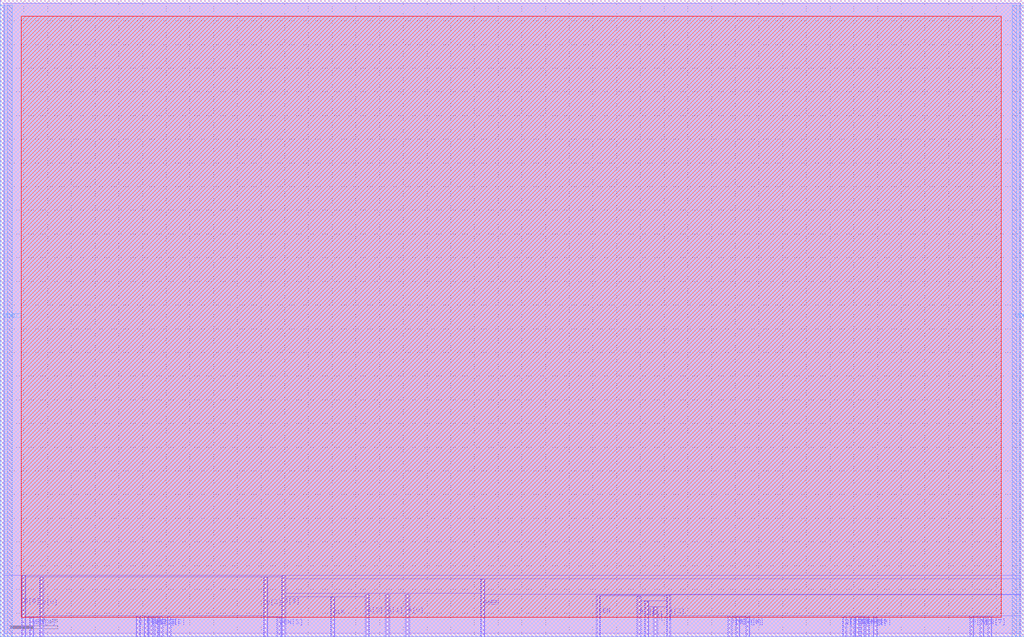
<source format=lef>
VERSION 5.7 ;
  NOWIREEXTENSIONATPIN ON ;
  DIVIDERCHAR "/" ;
  BUSBITCHARS "[]" ;
MACRO gf180_ram_128x8_wrapper
  CLASS BLOCK ;
  FOREIGN gf180_ram_128x8_wrapper ;
  ORIGIN 0.000 0.000 ;
  SIZE 431.860 BY 268.880 ;
  PIN A[0]
    DIRECTION INPUT ;
    USE SIGNAL ;
    ANTENNADIFFAREA 1.997600 ;
    PORT
      LAYER Metal2 ;
        RECT 171.215 0.000 172.335 18.025 ;
    END
  END A[0]
  PIN A[1]
    DIRECTION INPUT ;
    USE SIGNAL ;
    ANTENNADIFFAREA 1.997600 ;
    PORT
      LAYER Metal2 ;
        RECT 162.760 0.000 163.880 18.025 ;
    END
  END A[1]
  PIN A[2]
    DIRECTION INPUT ;
    USE SIGNAL ;
    ANTENNADIFFAREA 1.997600 ;
    PORT
      LAYER Metal2 ;
        RECT 154.295 0.000 155.415 18.025 ;
    END
  END A[2]
  PIN A[3]
    DIRECTION INPUT ;
    USE SIGNAL ;
    ANTENNADIFFAREA 1.997600 ;
    PORT
      LAYER Metal2 ;
        RECT 281.325 0.000 282.445 17.405 ;
    END
  END A[3]
  PIN A[4]
    DIRECTION INPUT ;
    USE SIGNAL ;
    ANTENNADIFFAREA 1.997600 ;
    PORT
      LAYER Metal2 ;
        RECT 275.820 0.000 276.940 12.400 ;
    END
  END A[4]
  PIN A[5]
    DIRECTION INPUT ;
    USE SIGNAL ;
    ANTENNADIFFAREA 1.997600 ;
    PORT
      LAYER Metal2 ;
        RECT 272.085 0.000 273.205 14.870 ;
    END
  END A[5]
  PIN A[6]
    DIRECTION INPUT ;
    USE SIGNAL ;
    ANTENNADIFFAREA 1.997600 ;
    PORT
      LAYER Metal2 ;
        RECT 268.860 0.000 269.980 17.090 ;
    END
  END A[6]
  PIN CEN
    DIRECTION INPUT ;
    USE SIGNAL ;
    ANTENNADIFFAREA 1.997600 ;
    PORT
      LAYER Metal2 ;
        RECT 251.710 0.000 252.830 17.585 ;
    END
  END CEN
  PIN CLK
    DIRECTION INPUT ;
    USE SIGNAL ;
    ANTENNAGATEAREA 44.706600 ;
    PORT
      LAYER Metal2 ;
        RECT 139.680 0.000 140.800 16.615 ;
    END
  END CLK
  PIN D[0]
    DIRECTION INPUT ;
    USE SIGNAL ;
    ANTENNAGATEAREA 1.152000 ;
    PORT
      LAYER Metal2 ;
        RECT 9.320 0.000 10.440 25.675 ;
    END
  END D[0]
  PIN D[1]
    DIRECTION INPUT ;
    USE SIGNAL ;
    ANTENNAGATEAREA 1.152000 ;
    PORT
      LAYER Metal2 ;
        RECT 61.030 0.000 62.150 8.505 ;
    END
  END D[1]
  PIN D[2]
    DIRECTION INPUT ;
    USE SIGNAL ;
    ANTENNAGATEAREA 1.152000 ;
    PORT
      LAYER Metal2 ;
        RECT 67.270 0.000 68.390 8.505 ;
    END
  END D[2]
  PIN D[3]
    DIRECTION INPUT ;
    USE SIGNAL ;
    ANTENNAGATEAREA 1.152000 ;
    PORT
      LAYER Metal2 ;
        RECT 118.975 0.000 120.095 25.675 ;
    END
  END D[3]
  PIN D[4]
    DIRECTION INPUT ;
    USE SIGNAL ;
    ANTENNAGATEAREA 1.152000 ;
    PORT
      LAYER Metal2 ;
        RECT 307.235 0.000 308.355 8.505 ;
    END
  END D[4]
  PIN D[5]
    DIRECTION INPUT ;
    USE SIGNAL ;
    ANTENNAGATEAREA 1.152000 ;
    PORT
      LAYER Metal2 ;
        RECT 358.910 0.000 360.030 8.505 ;
    END
  END D[5]
  PIN D[6]
    DIRECTION INPUT ;
    USE SIGNAL ;
    ANTENNAGATEAREA 1.152000 ;
    PORT
      LAYER Metal2 ;
        RECT 365.150 0.000 366.270 8.505 ;
    END
  END D[6]
  PIN D[7]
    DIRECTION INPUT ;
    USE SIGNAL ;
    ANTENNAGATEAREA 1.152000 ;
    PORT
      LAYER Metal2 ;
        RECT 416.860 0.000 417.980 8.505 ;
    END
  END D[7]
  PIN GWEN
    DIRECTION INPUT ;
    USE SIGNAL ;
    ANTENNAGATEAREA 14.466000 ;
    PORT
      LAYER Metal2 ;
        RECT 202.940 0.000 204.060 24.260 ;
    END
  END GWEN
  PIN Q[0]
    DIRECTION OUTPUT ;
    USE SIGNAL ;
    ANTENNADIFFAREA 11.328000 ;
    PORT
      LAYER Metal2 ;
        RECT 16.900 0.000 18.020 25.005 ;
    END
  END Q[0]
  PIN Q[1]
    DIRECTION OUTPUT ;
    USE SIGNAL ;
    ANTENNADIFFAREA 11.328000 ;
    PORT
      LAYER Metal2 ;
        RECT 57.665 0.000 58.785 8.505 ;
    END
  END Q[1]
  PIN Q[2]
    DIRECTION OUTPUT ;
    USE SIGNAL ;
    ANTENNADIFFAREA 11.328000 ;
    PORT
      LAYER Metal2 ;
        RECT 70.635 0.000 71.755 8.505 ;
    END
  END Q[2]
  PIN Q[3]
    DIRECTION OUTPUT ;
    USE SIGNAL ;
    ANTENNADIFFAREA 11.328000 ;
    PORT
      LAYER Metal2 ;
        RECT 111.395 0.000 112.515 25.005 ;
    END
  END Q[3]
  PIN Q[4]
    DIRECTION OUTPUT ;
    USE SIGNAL ;
    ANTENNADIFFAREA 11.328000 ;
    PORT
      LAYER Metal2 ;
        RECT 314.790 0.000 315.910 8.505 ;
    END
  END Q[4]
  PIN Q[5]
    DIRECTION OUTPUT ;
    USE SIGNAL ;
    ANTENNADIFFAREA 11.328000 ;
    PORT
      LAYER Metal2 ;
        RECT 355.545 0.000 356.665 8.505 ;
    END
  END Q[5]
  PIN Q[6]
    DIRECTION OUTPUT ;
    USE SIGNAL ;
    ANTENNADIFFAREA 11.328000 ;
    PORT
      LAYER Metal2 ;
        RECT 368.515 0.000 369.635 8.505 ;
    END
  END Q[6]
  PIN Q[7]
    DIRECTION OUTPUT ;
    USE SIGNAL ;
    ANTENNADIFFAREA 11.328000 ;
    PORT
      LAYER Metal2 ;
        RECT 409.275 0.000 410.395 8.505 ;
    END
  END Q[7]
  PIN VDD
    DIRECTION INOUT ;
    USE POWER ;
    PORT
      LAYER Metal4 ;
        RECT 0.000 0.000 2.000 266.560 ;
    END
    PORT
      LAYER Metal4 ;
        RECT 426.800 0.000 428.800 266.560 ;
    END
  END VDD
  PIN VSS
    DIRECTION INOUT ;
    USE GROUND ;
    PORT
      LAYER Metal4 ;
        RECT 3.000 0.000 5.000 266.560 ;
    END
    PORT
      LAYER Metal4 ;
        RECT 429.800 0.000 431.800 266.560 ;
    END
  END VSS
  PIN WEN[0]
    DIRECTION INPUT ;
    USE SIGNAL ;
    ANTENNAGATEAREA 1.938000 ;
    PORT
      LAYER Metal2 ;
        RECT 12.695 0.000 13.815 8.185 ;
    END
  END WEN[0]
  PIN WEN[1]
    DIRECTION INPUT ;
    USE SIGNAL ;
    ANTENNAGATEAREA 1.938000 ;
    PORT
      LAYER Metal2 ;
        RECT 63.020 0.000 64.140 8.185 ;
    END
  END WEN[1]
  PIN WEN[2]
    DIRECTION INPUT ;
    USE SIGNAL ;
    ANTENNAGATEAREA 1.938000 ;
    PORT
      LAYER Metal2 ;
        RECT 65.270 0.000 66.390 8.185 ;
    END
  END WEN[2]
  PIN WEN[3]
    DIRECTION INPUT ;
    USE SIGNAL ;
    ANTENNAGATEAREA 1.938000 ;
    PORT
      LAYER Metal2 ;
        RECT 117.020 0.000 118.140 8.185 ;
    END
  END WEN[3]
  PIN WEN[4]
    DIRECTION INPUT ;
    USE SIGNAL ;
    ANTENNAGATEAREA 1.938000 ;
    PORT
      LAYER Metal2 ;
        RECT 310.575 0.000 311.695 8.185 ;
    END
  END WEN[4]
  PIN WEN[5]
    DIRECTION INPUT ;
    USE SIGNAL ;
    ANTENNAGATEAREA 1.938000 ;
    PORT
      LAYER Metal2 ;
        RECT 360.900 0.000 362.020 8.185 ;
    END
  END WEN[5]
  PIN WEN[6]
    DIRECTION INPUT ;
    USE SIGNAL ;
    ANTENNAGATEAREA 1.938000 ;
    PORT
      LAYER Metal2 ;
        RECT 363.150 0.000 364.270 8.185 ;
    END
  END WEN[6]
  PIN WEN[7]
    DIRECTION INPUT ;
    USE SIGNAL ;
    ANTENNAGATEAREA 1.938000 ;
    PORT
      LAYER Metal2 ;
        RECT 413.475 0.000 414.595 8.185 ;
    END
  END WEN[7]
  OBS
      LAYER Nwell ;
        RECT 8.870 8.245 422.170 261.950 ;
      LAYER Metal1 ;
        RECT 1.410 1.410 430.450 267.470 ;
      LAYER Metal2 ;
        RECT 1.410 25.975 430.450 267.470 ;
        RECT 1.410 0.000 9.020 25.975 ;
        RECT 10.740 25.305 118.675 25.975 ;
        RECT 10.740 8.485 16.600 25.305 ;
        RECT 10.740 0.000 12.395 8.485 ;
        RECT 14.115 0.000 16.600 8.485 ;
        RECT 18.320 8.805 111.095 25.305 ;
        RECT 18.320 0.000 57.365 8.805 ;
        RECT 59.085 0.000 60.730 8.805 ;
        RECT 62.450 8.485 66.970 8.805 ;
        RECT 62.450 0.000 62.720 8.485 ;
        RECT 64.440 0.000 64.970 8.485 ;
        RECT 66.690 0.000 66.970 8.485 ;
        RECT 68.690 0.000 70.335 8.805 ;
        RECT 72.055 0.000 111.095 8.805 ;
        RECT 112.815 8.485 118.675 25.305 ;
        RECT 112.815 0.000 116.720 8.485 ;
        RECT 118.440 0.000 118.675 8.485 ;
        RECT 120.395 24.560 430.450 25.975 ;
        RECT 120.395 18.325 202.640 24.560 ;
        RECT 120.395 16.915 153.995 18.325 ;
        RECT 120.395 0.000 139.380 16.915 ;
        RECT 141.100 0.000 153.995 16.915 ;
        RECT 155.715 0.000 162.460 18.325 ;
        RECT 164.180 0.000 170.915 18.325 ;
        RECT 172.635 0.000 202.640 18.325 ;
        RECT 204.360 17.885 430.450 24.560 ;
        RECT 204.360 0.000 251.410 17.885 ;
        RECT 253.130 17.705 430.450 17.885 ;
        RECT 253.130 17.390 281.025 17.705 ;
        RECT 253.130 0.000 268.560 17.390 ;
        RECT 270.280 15.170 281.025 17.390 ;
        RECT 270.280 0.000 271.785 15.170 ;
        RECT 273.505 12.700 281.025 15.170 ;
        RECT 273.505 0.000 275.520 12.700 ;
        RECT 277.240 0.000 281.025 12.700 ;
        RECT 282.745 8.805 430.450 17.705 ;
        RECT 282.745 0.000 306.935 8.805 ;
        RECT 308.655 8.485 314.490 8.805 ;
        RECT 308.655 0.000 310.275 8.485 ;
        RECT 311.995 0.000 314.490 8.485 ;
        RECT 316.210 0.000 355.245 8.805 ;
        RECT 356.965 0.000 358.610 8.805 ;
        RECT 360.330 8.485 364.850 8.805 ;
        RECT 360.330 0.000 360.600 8.485 ;
        RECT 362.320 0.000 362.850 8.485 ;
        RECT 364.570 0.000 364.850 8.485 ;
        RECT 366.570 0.000 368.215 8.805 ;
        RECT 369.935 0.000 408.975 8.805 ;
        RECT 410.695 8.485 416.560 8.805 ;
        RECT 410.695 0.000 413.175 8.485 ;
        RECT 414.895 0.000 416.560 8.485 ;
        RECT 418.280 0.000 430.450 8.805 ;
      LAYER Metal3 ;
        RECT 0.000 0.000 431.860 268.880 ;
  END
END gf180_ram_128x8_wrapper
END LIBRARY


</source>
